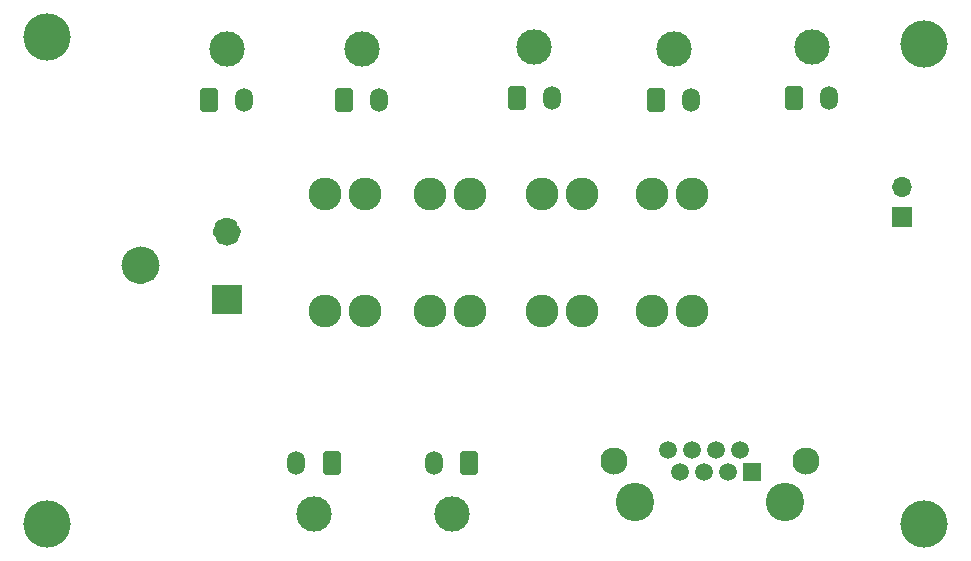
<source format=gbs>
%TF.GenerationSoftware,KiCad,Pcbnew,(6.0.4)*%
%TF.CreationDate,2023-05-16T23:09:25-04:00*%
%TF.ProjectId,PROTO_PCB,50524f54-4f5f-4504-9342-2e6b69636164,rev?*%
%TF.SameCoordinates,Original*%
%TF.FileFunction,Soldermask,Bot*%
%TF.FilePolarity,Negative*%
%FSLAX46Y46*%
G04 Gerber Fmt 4.6, Leading zero omitted, Abs format (unit mm)*
G04 Created by KiCad (PCBNEW (6.0.4)) date 2023-05-16 23:09:25*
%MOMM*%
%LPD*%
G01*
G04 APERTURE LIST*
G04 Aperture macros list*
%AMRoundRect*
0 Rectangle with rounded corners*
0 $1 Rounding radius*
0 $2 $3 $4 $5 $6 $7 $8 $9 X,Y pos of 4 corners*
0 Add a 4 corners polygon primitive as box body*
4,1,4,$2,$3,$4,$5,$6,$7,$8,$9,$2,$3,0*
0 Add four circle primitives for the rounded corners*
1,1,$1+$1,$2,$3*
1,1,$1+$1,$4,$5*
1,1,$1+$1,$6,$7*
1,1,$1+$1,$8,$9*
0 Add four rect primitives between the rounded corners*
20,1,$1+$1,$2,$3,$4,$5,0*
20,1,$1+$1,$4,$5,$6,$7,0*
20,1,$1+$1,$6,$7,$8,$9,0*
20,1,$1+$1,$8,$9,$2,$3,0*%
G04 Aperture macros list end*
%ADD10C,1.226200*%
%ADD11C,1.626200*%
%ADD12C,0.010000*%
%ADD13C,4.000000*%
%ADD14C,2.780000*%
%ADD15C,3.000000*%
%ADD16RoundRect,0.250000X0.500000X0.760000X-0.500000X0.760000X-0.500000X-0.760000X0.500000X-0.760000X0*%
%ADD17O,1.500000X2.020000*%
%ADD18RoundRect,0.250000X-0.500000X-0.760000X0.500000X-0.760000X0.500000X0.760000X-0.500000X0.760000X0*%
%ADD19C,3.100000*%
%ADD20C,3.250000*%
%ADD21R,1.500000X1.500000*%
%ADD22C,1.500000*%
%ADD23C,2.300000*%
%ADD24R,1.700000X1.700000*%
%ADD25O,1.700000X1.700000*%
G04 APERTURE END LIST*
D10*
X61954100Y-120665000D02*
G75*
G03*
X61954100Y-120665000I-613100J0D01*
G01*
D11*
X54854100Y-123515000D02*
G75*
G03*
X54854100Y-123515000I-813100J0D01*
G01*
G36*
X62567200Y-127591200D02*
G01*
X60114800Y-127591200D01*
X60114800Y-125138800D01*
X62567200Y-125138800D01*
X62567200Y-127591200D01*
G37*
D12*
X62567200Y-127591200D02*
X60114800Y-127591200D01*
X60114800Y-125138800D01*
X62567200Y-125138800D01*
X62567200Y-127591200D01*
D13*
X46101000Y-104140000D03*
X46101000Y-145415000D03*
D14*
X73025000Y-117475000D03*
X69625000Y-117475000D03*
X69625000Y-127395000D03*
X73025000Y-127395000D03*
X100711000Y-117475000D03*
X97311000Y-117475000D03*
X100711000Y-127395000D03*
X97311000Y-127395000D03*
D13*
X120396000Y-104775000D03*
X120396000Y-145415000D03*
D15*
X80391000Y-144528000D03*
D16*
X81891000Y-140208000D03*
D17*
X78891000Y-140208000D03*
D15*
X68731000Y-144528000D03*
D16*
X70231000Y-140208000D03*
D17*
X67231000Y-140208000D03*
D15*
X61341000Y-105156000D03*
D18*
X59841000Y-109476000D03*
D17*
X62841000Y-109476000D03*
D15*
X99187000Y-105156000D03*
D18*
X97687000Y-109476000D03*
D17*
X100687000Y-109476000D03*
D15*
X87376000Y-105060000D03*
D18*
X85876000Y-109380000D03*
D17*
X88876000Y-109380000D03*
D15*
X110871000Y-105060000D03*
D18*
X109371000Y-109380000D03*
D17*
X112371000Y-109380000D03*
D14*
X91456769Y-117475000D03*
X88056769Y-117475000D03*
X88056769Y-127395000D03*
X91456769Y-127395000D03*
X81915000Y-117475000D03*
X78515000Y-117475000D03*
X78515000Y-127395000D03*
X81915000Y-127395000D03*
D19*
X54041000Y-123515000D03*
D15*
X72771000Y-105156000D03*
D18*
X71271000Y-109476000D03*
D17*
X74271000Y-109476000D03*
D20*
X108581000Y-143510000D03*
X95881000Y-143510000D03*
D21*
X105791000Y-140970000D03*
D22*
X104775000Y-139190000D03*
X103759000Y-140970000D03*
X102743000Y-139190000D03*
X101727000Y-140970000D03*
X100711000Y-139190000D03*
X99695000Y-140970000D03*
X98679000Y-139190000D03*
D23*
X110361000Y-140080000D03*
X94101000Y-140080000D03*
D24*
X118491000Y-119380000D03*
D25*
X118491000Y-116840000D03*
M02*

</source>
